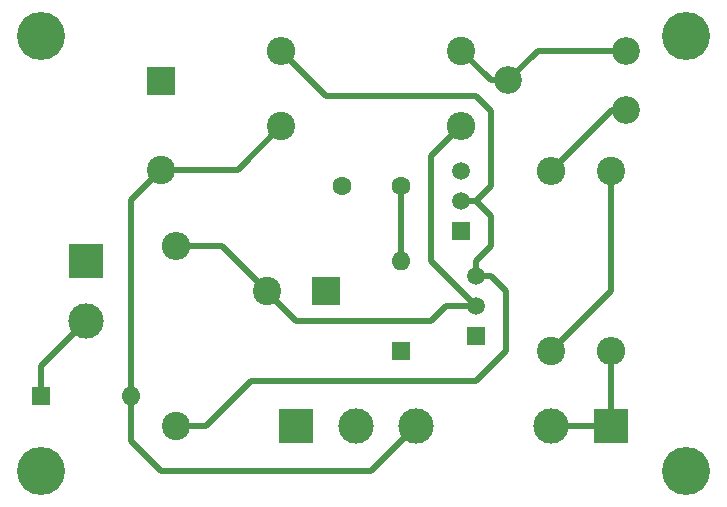
<source format=gbr>
G04 #@! TF.FileFunction,Copper,L1,Top,Signal*
%FSLAX46Y46*%
G04 Gerber Fmt 4.6, Leading zero omitted, Abs format (unit mm)*
G04 Created by KiCad (PCBNEW 4.0.7) date Wednesday, September 26, 2018 'PMt' 01:51:42 PM*
%MOMM*%
%LPD*%
G01*
G04 APERTURE LIST*
%ADD10C,0.100000*%
%ADD11C,4.064000*%
%ADD12C,1.600000*%
%ADD13R,2.400000X2.400000*%
%ADD14C,2.400000*%
%ADD15R,1.600000X1.600000*%
%ADD16O,1.600000X1.600000*%
%ADD17R,3.000000X3.000000*%
%ADD18C,3.000000*%
%ADD19C,1.520000*%
%ADD20R,1.520000X1.520000*%
%ADD21O,2.400000X2.400000*%
%ADD22C,2.340000*%
%ADD23C,0.500000*%
G04 APERTURE END LIST*
D10*
D11*
X148590000Y-109220000D03*
X148590000Y-72390000D03*
X93980000Y-72390000D03*
D12*
X124460000Y-85090000D03*
X119460000Y-85090000D03*
D13*
X104140000Y-76200000D03*
D14*
X104140000Y-83700000D03*
D13*
X118110000Y-93980000D03*
D14*
X113110000Y-93980000D03*
D15*
X124460000Y-99060000D03*
D16*
X124460000Y-91440000D03*
D15*
X93980000Y-102870000D03*
D16*
X101600000Y-102870000D03*
D17*
X142240000Y-105410000D03*
D18*
X137160000Y-105410000D03*
D17*
X115570000Y-105410000D03*
D18*
X120650000Y-105410000D03*
X125730000Y-105410000D03*
D17*
X97790000Y-91440000D03*
D18*
X97790000Y-96520000D03*
D19*
X129540000Y-86360000D03*
X129540000Y-83820000D03*
D20*
X129540000Y-88900000D03*
D19*
X130810000Y-95250000D03*
X130810000Y-92710000D03*
D20*
X130810000Y-97790000D03*
D14*
X142240000Y-83820000D03*
D21*
X142240000Y-99060000D03*
D14*
X137160000Y-99060000D03*
D21*
X137160000Y-83820000D03*
D14*
X129540000Y-73660000D03*
D21*
X114300000Y-73660000D03*
D14*
X105410000Y-105410000D03*
D21*
X105410000Y-90170000D03*
D22*
X143510000Y-78660000D03*
X133510000Y-76160000D03*
X143510000Y-73660000D03*
D11*
X93980000Y-109220000D03*
D14*
X114300000Y-80010000D03*
D21*
X129540000Y-80010000D03*
D23*
X124460000Y-91440000D02*
X124460000Y-85090000D01*
X143510000Y-78660000D02*
X142320000Y-78660000D01*
X142320000Y-78660000D02*
X137160000Y-83820000D01*
X93980000Y-102870000D02*
X93980000Y-100330000D01*
X93980000Y-100330000D02*
X97790000Y-96520000D01*
X142240000Y-105410000D02*
X142240000Y-99060000D01*
X137160000Y-105410000D02*
X142240000Y-105410000D01*
X129540000Y-86360000D02*
X130810000Y-86360000D01*
X130810000Y-86360000D02*
X132080000Y-85090000D01*
X118110000Y-77470000D02*
X114300000Y-73660000D01*
X130810000Y-77470000D02*
X118110000Y-77470000D01*
X132080000Y-78740000D02*
X130810000Y-77470000D01*
X132080000Y-85090000D02*
X132080000Y-78740000D01*
X130810000Y-92710000D02*
X130810000Y-91440000D01*
X132080000Y-87630000D02*
X130810000Y-86360000D01*
X132080000Y-90170000D02*
X132080000Y-87630000D01*
X130810000Y-91440000D02*
X132080000Y-90170000D01*
X105410000Y-105410000D02*
X107950000Y-105410000D01*
X132080000Y-92710000D02*
X130810000Y-92710000D01*
X133350000Y-93980000D02*
X132080000Y-92710000D01*
X133350000Y-99060000D02*
X133350000Y-93980000D01*
X130810000Y-101600000D02*
X133350000Y-99060000D01*
X111760000Y-101600000D02*
X130810000Y-101600000D01*
X107950000Y-105410000D02*
X111760000Y-101600000D01*
X104140000Y-83700000D02*
X110610000Y-83700000D01*
X110610000Y-83700000D02*
X114300000Y-80010000D01*
X101600000Y-102870000D02*
X101600000Y-106680000D01*
X121920000Y-109220000D02*
X125730000Y-105410000D01*
X104140000Y-109220000D02*
X121920000Y-109220000D01*
X101600000Y-106680000D02*
X104140000Y-109220000D01*
X101600000Y-102870000D02*
X101600000Y-86240000D01*
X101600000Y-86240000D02*
X104140000Y-83700000D01*
X130810000Y-95250000D02*
X127000000Y-91440000D01*
X127000000Y-82550000D02*
X129540000Y-80010000D01*
X127000000Y-91440000D02*
X127000000Y-82550000D01*
X113110000Y-93980000D02*
X113110000Y-94060000D01*
X113110000Y-94060000D02*
X115570000Y-96520000D01*
X128270000Y-95250000D02*
X130810000Y-95250000D01*
X127000000Y-96520000D02*
X128270000Y-95250000D01*
X115570000Y-96520000D02*
X127000000Y-96520000D01*
X105410000Y-90170000D02*
X109300000Y-90170000D01*
X109300000Y-90170000D02*
X113110000Y-93980000D01*
X142240000Y-83820000D02*
X142240000Y-93980000D01*
X142240000Y-93980000D02*
X137160000Y-99060000D01*
X133510000Y-76160000D02*
X132040000Y-76160000D01*
X132040000Y-76160000D02*
X129540000Y-73660000D01*
X143510000Y-73660000D02*
X136010000Y-73660000D01*
X136010000Y-73660000D02*
X133510000Y-76160000D01*
M02*

</source>
